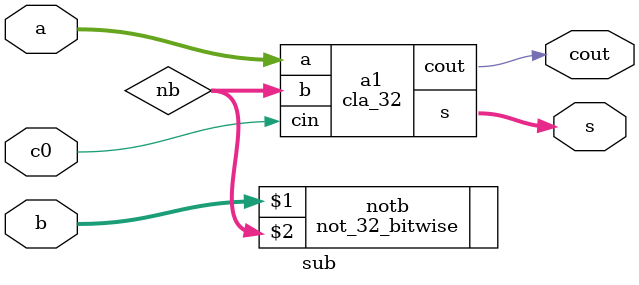
<source format=v>
module cla_32(s, cout, a, b, cin);
    output [31:0] s;
    output cout;
    input [31:0] a, b;
    input cin;
    
    wire c0, carry1, carry2, carry3, temp0, temp1, temp2;

    xnor xnorv(temp0, a[31], b[31]);
    xor xorv(temp1, carry3, s[31]);
    and andv(cout, temp0, temp1);

    cla_8 stg0(s[7:0], c0, a[7:0], b[7:0], cin);
    cla_8 stg1(s[15:8], carry1, a[15:8], b[15:8], c0);
    cla_8 stg2(s[23:16], carry2, a[23:16], b[23:16], carry1);
    cla_8 stg3(s[31:24], carry3, a[31:24], b[31:24], carry2);
endmodule

module sub(s, cout, a, b, c0);
    output [31:0] s;
    output cout;
    input [31:0] a;
    input [31:0] b;
    input c0;

    wire [31:0] nb;

    cla_32 a1(s, cout, a, nb, c0);
    not_32_bitwise notb(b, nb);
    
endmodule
</source>
